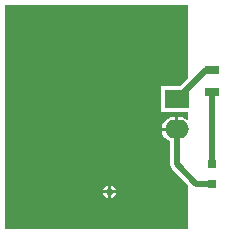
<source format=gbl>
G04*
G04 #@! TF.GenerationSoftware,Altium Limited,Altium Designer,20.0.13 (296)*
G04*
G04 Layer_Physical_Order=2*
G04 Layer_Color=16711680*
%FSLAX25Y25*%
%MOIN*%
G70*
G01*
G75*
%ADD13R,0.03150X0.03150*%
%ADD14R,0.05118X0.02756*%
%ADD20C,0.01968*%
%ADD21R,0.07874X0.06299*%
%ADD22O,0.07874X0.06299*%
%ADD23C,0.02362*%
G36*
X62992Y52335D02*
X60264Y49606D01*
X53937D01*
Y40945D01*
X62992D01*
Y38719D01*
X62492Y38473D01*
X61935Y38900D01*
X60926Y39318D01*
X59842Y39461D01*
X59555D01*
Y35276D01*
X59055D01*
Y34776D01*
X54148D01*
X54225Y34192D01*
X54643Y33183D01*
X55308Y32316D01*
X56175Y31651D01*
X56847Y31372D01*
Y23622D01*
X57015Y22777D01*
X57494Y22061D01*
X62992Y16563D01*
Y1969D01*
X1969D01*
Y76772D01*
X62992D01*
Y52335D01*
D02*
G37*
%LPC*%
G36*
X58555Y39461D02*
X58268D01*
X57184Y39318D01*
X56175Y38900D01*
X55308Y38235D01*
X54643Y37368D01*
X54225Y36359D01*
X54148Y35776D01*
X58555D01*
Y39461D01*
D02*
G37*
G36*
X37213Y16593D02*
Y14968D01*
X38837D01*
X38767Y15319D01*
X38285Y16041D01*
X37564Y16523D01*
X37213Y16593D01*
D02*
G37*
G36*
X36213D02*
X35862Y16523D01*
X35140Y16041D01*
X34658Y15319D01*
X34588Y14968D01*
X36213D01*
Y16593D01*
D02*
G37*
G36*
X38837Y13969D02*
X37213D01*
Y12344D01*
X37564Y12414D01*
X38285Y12896D01*
X38767Y13618D01*
X38837Y13969D01*
D02*
G37*
G36*
X36213D02*
X34588D01*
X34658Y13618D01*
X35140Y12896D01*
X35862Y12414D01*
X36213Y12344D01*
Y13969D01*
D02*
G37*
%LPD*%
D13*
X70866Y23622D02*
D03*
Y17126D02*
D03*
D14*
Y55118D02*
D03*
Y47638D02*
D03*
D20*
X65551Y17126D02*
X70866D01*
X59055Y23622D02*
X65551Y17126D01*
X59055Y23622D02*
Y35276D01*
X70866Y23622D02*
Y47638D01*
X68898Y55118D02*
X70866D01*
X59055Y45276D02*
X68898Y55118D01*
D21*
X59055Y45276D02*
D03*
D22*
Y35276D02*
D03*
D23*
X36713Y14469D02*
D03*
M02*

</source>
